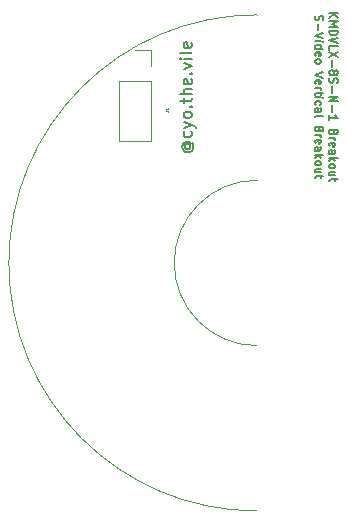
<source format=gbr>
%TF.GenerationSoftware,KiCad,Pcbnew,(5.1.9)-1*%
%TF.CreationDate,2021-04-04T18:40:27-05:00*%
%TF.ProjectId,S-video pcb breakout vertical,532d7669-6465-46f2-9070-636220627265,rev?*%
%TF.SameCoordinates,Original*%
%TF.FileFunction,Legend,Top*%
%TF.FilePolarity,Positive*%
%FSLAX46Y46*%
G04 Gerber Fmt 4.6, Leading zero omitted, Abs format (unit mm)*
G04 Created by KiCad (PCBNEW (5.1.9)-1) date 2021-04-04 18:40:27*
%MOMM*%
%LPD*%
G01*
G04 APERTURE LIST*
%ADD10C,0.150000*%
%ADD11C,0.200000*%
%ADD12C,0.100000*%
%ADD13C,0.120000*%
G04 APERTURE END LIST*
D10*
X152816190Y-109470000D02*
X152768571Y-109517619D01*
X152720952Y-109612857D01*
X152720952Y-109708095D01*
X152768571Y-109803333D01*
X152816190Y-109850952D01*
X152911428Y-109898571D01*
X153006666Y-109898571D01*
X153101904Y-109850952D01*
X153149523Y-109803333D01*
X153197142Y-109708095D01*
X153197142Y-109612857D01*
X153149523Y-109517619D01*
X153101904Y-109470000D01*
X152720952Y-109470000D02*
X153101904Y-109470000D01*
X153149523Y-109422380D01*
X153149523Y-109374761D01*
X153101904Y-109279523D01*
X153006666Y-109231904D01*
X152768571Y-109231904D01*
X152625714Y-109327142D01*
X152530476Y-109470000D01*
X152482857Y-109660476D01*
X152530476Y-109850952D01*
X152625714Y-109993809D01*
X152768571Y-110089047D01*
X152959047Y-110136666D01*
X153149523Y-110089047D01*
X153292380Y-109993809D01*
X153387619Y-109850952D01*
X153435238Y-109660476D01*
X153387619Y-109470000D01*
X153292380Y-109327142D01*
X153244761Y-108374761D02*
X153292380Y-108470000D01*
X153292380Y-108660476D01*
X153244761Y-108755714D01*
X153197142Y-108803333D01*
X153101904Y-108850952D01*
X152816190Y-108850952D01*
X152720952Y-108803333D01*
X152673333Y-108755714D01*
X152625714Y-108660476D01*
X152625714Y-108470000D01*
X152673333Y-108374761D01*
X152625714Y-108041428D02*
X153292380Y-107803333D01*
X152625714Y-107565238D02*
X153292380Y-107803333D01*
X153530476Y-107898571D01*
X153578095Y-107946190D01*
X153625714Y-108041428D01*
X153292380Y-107041428D02*
X153244761Y-107136666D01*
X153197142Y-107184285D01*
X153101904Y-107231904D01*
X152816190Y-107231904D01*
X152720952Y-107184285D01*
X152673333Y-107136666D01*
X152625714Y-107041428D01*
X152625714Y-106898571D01*
X152673333Y-106803333D01*
X152720952Y-106755714D01*
X152816190Y-106708095D01*
X153101904Y-106708095D01*
X153197142Y-106755714D01*
X153244761Y-106803333D01*
X153292380Y-106898571D01*
X153292380Y-107041428D01*
X153197142Y-106279523D02*
X153244761Y-106231904D01*
X153292380Y-106279523D01*
X153244761Y-106327142D01*
X153197142Y-106279523D01*
X153292380Y-106279523D01*
X152625714Y-105946190D02*
X152625714Y-105565238D01*
X152292380Y-105803333D02*
X153149523Y-105803333D01*
X153244761Y-105755714D01*
X153292380Y-105660476D01*
X153292380Y-105565238D01*
X153292380Y-105231904D02*
X152292380Y-105231904D01*
X153292380Y-104803333D02*
X152768571Y-104803333D01*
X152673333Y-104850952D01*
X152625714Y-104946190D01*
X152625714Y-105089047D01*
X152673333Y-105184285D01*
X152720952Y-105231904D01*
X153244761Y-103946190D02*
X153292380Y-104041428D01*
X153292380Y-104231904D01*
X153244761Y-104327142D01*
X153149523Y-104374761D01*
X152768571Y-104374761D01*
X152673333Y-104327142D01*
X152625714Y-104231904D01*
X152625714Y-104041428D01*
X152673333Y-103946190D01*
X152768571Y-103898571D01*
X152863809Y-103898571D01*
X152959047Y-104374761D01*
X153197142Y-103470000D02*
X153244761Y-103422380D01*
X153292380Y-103470000D01*
X153244761Y-103517619D01*
X153197142Y-103470000D01*
X153292380Y-103470000D01*
X152625714Y-103089047D02*
X153292380Y-102850952D01*
X152625714Y-102612857D01*
X153292380Y-102231904D02*
X152625714Y-102231904D01*
X152292380Y-102231904D02*
X152340000Y-102279523D01*
X152387619Y-102231904D01*
X152340000Y-102184285D01*
X152292380Y-102231904D01*
X152387619Y-102231904D01*
X153292380Y-101612857D02*
X153244761Y-101708095D01*
X153149523Y-101755714D01*
X152292380Y-101755714D01*
X153244761Y-100850952D02*
X153292380Y-100946190D01*
X153292380Y-101136666D01*
X153244761Y-101231904D01*
X153149523Y-101279523D01*
X152768571Y-101279523D01*
X152673333Y-101231904D01*
X152625714Y-101136666D01*
X152625714Y-100946190D01*
X152673333Y-100850952D01*
X152768571Y-100803333D01*
X152863809Y-100803333D01*
X152959047Y-101279523D01*
X164953333Y-98326666D02*
X165653333Y-98326666D01*
X164953333Y-98726666D02*
X165353333Y-98426666D01*
X165653333Y-98726666D02*
X165253333Y-98326666D01*
X164953333Y-99026666D02*
X165653333Y-99026666D01*
X165153333Y-99260000D01*
X165653333Y-99493333D01*
X164953333Y-99493333D01*
X164953333Y-99826666D02*
X165653333Y-99826666D01*
X165653333Y-99993333D01*
X165620000Y-100093333D01*
X165553333Y-100160000D01*
X165486666Y-100193333D01*
X165353333Y-100226666D01*
X165253333Y-100226666D01*
X165120000Y-100193333D01*
X165053333Y-100160000D01*
X164986666Y-100093333D01*
X164953333Y-99993333D01*
X164953333Y-99826666D01*
X165653333Y-100426666D02*
X164953333Y-100660000D01*
X165653333Y-100893333D01*
X164953333Y-101460000D02*
X164953333Y-101126666D01*
X165653333Y-101126666D01*
X165653333Y-101626666D02*
X164953333Y-102093333D01*
X165653333Y-102093333D02*
X164953333Y-101626666D01*
X165220000Y-102360000D02*
X165220000Y-102893333D01*
X165353333Y-103326666D02*
X165386666Y-103260000D01*
X165420000Y-103226666D01*
X165486666Y-103193333D01*
X165520000Y-103193333D01*
X165586666Y-103226666D01*
X165620000Y-103260000D01*
X165653333Y-103326666D01*
X165653333Y-103460000D01*
X165620000Y-103526666D01*
X165586666Y-103560000D01*
X165520000Y-103593333D01*
X165486666Y-103593333D01*
X165420000Y-103560000D01*
X165386666Y-103526666D01*
X165353333Y-103460000D01*
X165353333Y-103326666D01*
X165320000Y-103260000D01*
X165286666Y-103226666D01*
X165220000Y-103193333D01*
X165086666Y-103193333D01*
X165020000Y-103226666D01*
X164986666Y-103260000D01*
X164953333Y-103326666D01*
X164953333Y-103460000D01*
X164986666Y-103526666D01*
X165020000Y-103560000D01*
X165086666Y-103593333D01*
X165220000Y-103593333D01*
X165286666Y-103560000D01*
X165320000Y-103526666D01*
X165353333Y-103460000D01*
X164986666Y-103860000D02*
X164953333Y-103960000D01*
X164953333Y-104126666D01*
X164986666Y-104193333D01*
X165020000Y-104226666D01*
X165086666Y-104260000D01*
X165153333Y-104260000D01*
X165220000Y-104226666D01*
X165253333Y-104193333D01*
X165286666Y-104126666D01*
X165320000Y-103993333D01*
X165353333Y-103926666D01*
X165386666Y-103893333D01*
X165453333Y-103860000D01*
X165520000Y-103860000D01*
X165586666Y-103893333D01*
X165620000Y-103926666D01*
X165653333Y-103993333D01*
X165653333Y-104160000D01*
X165620000Y-104260000D01*
X165220000Y-104560000D02*
X165220000Y-105093333D01*
X164953333Y-105426666D02*
X165653333Y-105426666D01*
X164953333Y-105826666D01*
X165653333Y-105826666D01*
X165220000Y-106160000D02*
X165220000Y-106693333D01*
X164953333Y-107393333D02*
X164953333Y-106993333D01*
X164953333Y-107193333D02*
X165653333Y-107193333D01*
X165553333Y-107126666D01*
X165486666Y-107060000D01*
X165453333Y-106993333D01*
X165320000Y-108460000D02*
X165286666Y-108560000D01*
X165253333Y-108593333D01*
X165186666Y-108626666D01*
X165086666Y-108626666D01*
X165020000Y-108593333D01*
X164986666Y-108560000D01*
X164953333Y-108493333D01*
X164953333Y-108226666D01*
X165653333Y-108226666D01*
X165653333Y-108460000D01*
X165620000Y-108526666D01*
X165586666Y-108560000D01*
X165520000Y-108593333D01*
X165453333Y-108593333D01*
X165386666Y-108560000D01*
X165353333Y-108526666D01*
X165320000Y-108460000D01*
X165320000Y-108226666D01*
X164953333Y-108926666D02*
X165420000Y-108926666D01*
X165286666Y-108926666D02*
X165353333Y-108960000D01*
X165386666Y-108993333D01*
X165420000Y-109060000D01*
X165420000Y-109126666D01*
X164986666Y-109626666D02*
X164953333Y-109560000D01*
X164953333Y-109426666D01*
X164986666Y-109360000D01*
X165053333Y-109326666D01*
X165320000Y-109326666D01*
X165386666Y-109360000D01*
X165420000Y-109426666D01*
X165420000Y-109560000D01*
X165386666Y-109626666D01*
X165320000Y-109660000D01*
X165253333Y-109660000D01*
X165186666Y-109326666D01*
X164953333Y-110260000D02*
X165320000Y-110260000D01*
X165386666Y-110226666D01*
X165420000Y-110160000D01*
X165420000Y-110026666D01*
X165386666Y-109960000D01*
X164986666Y-110260000D02*
X164953333Y-110193333D01*
X164953333Y-110026666D01*
X164986666Y-109960000D01*
X165053333Y-109926666D01*
X165120000Y-109926666D01*
X165186666Y-109960000D01*
X165220000Y-110026666D01*
X165220000Y-110193333D01*
X165253333Y-110260000D01*
X164953333Y-110593333D02*
X165653333Y-110593333D01*
X165220000Y-110660000D02*
X164953333Y-110860000D01*
X165420000Y-110860000D02*
X165153333Y-110593333D01*
X164953333Y-111260000D02*
X164986666Y-111193333D01*
X165020000Y-111160000D01*
X165086666Y-111126666D01*
X165286666Y-111126666D01*
X165353333Y-111160000D01*
X165386666Y-111193333D01*
X165420000Y-111260000D01*
X165420000Y-111360000D01*
X165386666Y-111426666D01*
X165353333Y-111460000D01*
X165286666Y-111493333D01*
X165086666Y-111493333D01*
X165020000Y-111460000D01*
X164986666Y-111426666D01*
X164953333Y-111360000D01*
X164953333Y-111260000D01*
X165420000Y-112093333D02*
X164953333Y-112093333D01*
X165420000Y-111793333D02*
X165053333Y-111793333D01*
X164986666Y-111826666D01*
X164953333Y-111893333D01*
X164953333Y-111993333D01*
X164986666Y-112060000D01*
X165020000Y-112093333D01*
X165420000Y-112326666D02*
X165420000Y-112593333D01*
X165653333Y-112426666D02*
X165053333Y-112426666D01*
X164986666Y-112460000D01*
X164953333Y-112526666D01*
X164953333Y-112593333D01*
X163786666Y-98560000D02*
X163753333Y-98660000D01*
X163753333Y-98826666D01*
X163786666Y-98893333D01*
X163820000Y-98926666D01*
X163886666Y-98960000D01*
X163953333Y-98960000D01*
X164020000Y-98926666D01*
X164053333Y-98893333D01*
X164086666Y-98826666D01*
X164120000Y-98693333D01*
X164153333Y-98626666D01*
X164186666Y-98593333D01*
X164253333Y-98560000D01*
X164320000Y-98560000D01*
X164386666Y-98593333D01*
X164420000Y-98626666D01*
X164453333Y-98693333D01*
X164453333Y-98860000D01*
X164420000Y-98960000D01*
X164020000Y-99260000D02*
X164020000Y-99793333D01*
X164453333Y-100026666D02*
X163753333Y-100260000D01*
X164453333Y-100493333D01*
X163753333Y-100726666D02*
X164220000Y-100726666D01*
X164453333Y-100726666D02*
X164420000Y-100693333D01*
X164386666Y-100726666D01*
X164420000Y-100760000D01*
X164453333Y-100726666D01*
X164386666Y-100726666D01*
X163753333Y-101360000D02*
X164453333Y-101360000D01*
X163786666Y-101360000D02*
X163753333Y-101293333D01*
X163753333Y-101160000D01*
X163786666Y-101093333D01*
X163820000Y-101060000D01*
X163886666Y-101026666D01*
X164086666Y-101026666D01*
X164153333Y-101060000D01*
X164186666Y-101093333D01*
X164220000Y-101160000D01*
X164220000Y-101293333D01*
X164186666Y-101360000D01*
X163786666Y-101960000D02*
X163753333Y-101893333D01*
X163753333Y-101760000D01*
X163786666Y-101693333D01*
X163853333Y-101660000D01*
X164120000Y-101660000D01*
X164186666Y-101693333D01*
X164220000Y-101760000D01*
X164220000Y-101893333D01*
X164186666Y-101960000D01*
X164120000Y-101993333D01*
X164053333Y-101993333D01*
X163986666Y-101660000D01*
X163753333Y-102393333D02*
X163786666Y-102326666D01*
X163820000Y-102293333D01*
X163886666Y-102260000D01*
X164086666Y-102260000D01*
X164153333Y-102293333D01*
X164186666Y-102326666D01*
X164220000Y-102393333D01*
X164220000Y-102493333D01*
X164186666Y-102560000D01*
X164153333Y-102593333D01*
X164086666Y-102626666D01*
X163886666Y-102626666D01*
X163820000Y-102593333D01*
X163786666Y-102560000D01*
X163753333Y-102493333D01*
X163753333Y-102393333D01*
X164453333Y-103360000D02*
X163753333Y-103593333D01*
X164453333Y-103826666D01*
X163786666Y-104326666D02*
X163753333Y-104260000D01*
X163753333Y-104126666D01*
X163786666Y-104060000D01*
X163853333Y-104026666D01*
X164120000Y-104026666D01*
X164186666Y-104060000D01*
X164220000Y-104126666D01*
X164220000Y-104260000D01*
X164186666Y-104326666D01*
X164120000Y-104360000D01*
X164053333Y-104360000D01*
X163986666Y-104026666D01*
X163753333Y-104660000D02*
X164220000Y-104660000D01*
X164086666Y-104660000D02*
X164153333Y-104693333D01*
X164186666Y-104726666D01*
X164220000Y-104793333D01*
X164220000Y-104860000D01*
X164220000Y-104993333D02*
X164220000Y-105260000D01*
X164453333Y-105093333D02*
X163853333Y-105093333D01*
X163786666Y-105126666D01*
X163753333Y-105193333D01*
X163753333Y-105260000D01*
X163753333Y-105493333D02*
X164220000Y-105493333D01*
X164453333Y-105493333D02*
X164420000Y-105460000D01*
X164386666Y-105493333D01*
X164420000Y-105526666D01*
X164453333Y-105493333D01*
X164386666Y-105493333D01*
X163786666Y-106126666D02*
X163753333Y-106060000D01*
X163753333Y-105926666D01*
X163786666Y-105860000D01*
X163820000Y-105826666D01*
X163886666Y-105793333D01*
X164086666Y-105793333D01*
X164153333Y-105826666D01*
X164186666Y-105860000D01*
X164220000Y-105926666D01*
X164220000Y-106060000D01*
X164186666Y-106126666D01*
X163753333Y-106726666D02*
X164120000Y-106726666D01*
X164186666Y-106693333D01*
X164220000Y-106626666D01*
X164220000Y-106493333D01*
X164186666Y-106426666D01*
X163786666Y-106726666D02*
X163753333Y-106660000D01*
X163753333Y-106493333D01*
X163786666Y-106426666D01*
X163853333Y-106393333D01*
X163920000Y-106393333D01*
X163986666Y-106426666D01*
X164020000Y-106493333D01*
X164020000Y-106660000D01*
X164053333Y-106726666D01*
X163753333Y-107160000D02*
X163786666Y-107093333D01*
X163853333Y-107060000D01*
X164453333Y-107060000D01*
X164120000Y-108193333D02*
X164086666Y-108293333D01*
X164053333Y-108326666D01*
X163986666Y-108360000D01*
X163886666Y-108360000D01*
X163820000Y-108326666D01*
X163786666Y-108293333D01*
X163753333Y-108226666D01*
X163753333Y-107960000D01*
X164453333Y-107960000D01*
X164453333Y-108193333D01*
X164420000Y-108260000D01*
X164386666Y-108293333D01*
X164320000Y-108326666D01*
X164253333Y-108326666D01*
X164186666Y-108293333D01*
X164153333Y-108260000D01*
X164120000Y-108193333D01*
X164120000Y-107960000D01*
X163753333Y-108660000D02*
X164220000Y-108660000D01*
X164086666Y-108660000D02*
X164153333Y-108693333D01*
X164186666Y-108726666D01*
X164220000Y-108793333D01*
X164220000Y-108860000D01*
X163786666Y-109360000D02*
X163753333Y-109293333D01*
X163753333Y-109160000D01*
X163786666Y-109093333D01*
X163853333Y-109060000D01*
X164120000Y-109060000D01*
X164186666Y-109093333D01*
X164220000Y-109160000D01*
X164220000Y-109293333D01*
X164186666Y-109360000D01*
X164120000Y-109393333D01*
X164053333Y-109393333D01*
X163986666Y-109060000D01*
X163753333Y-109993333D02*
X164120000Y-109993333D01*
X164186666Y-109960000D01*
X164220000Y-109893333D01*
X164220000Y-109760000D01*
X164186666Y-109693333D01*
X163786666Y-109993333D02*
X163753333Y-109926666D01*
X163753333Y-109760000D01*
X163786666Y-109693333D01*
X163853333Y-109660000D01*
X163920000Y-109660000D01*
X163986666Y-109693333D01*
X164020000Y-109760000D01*
X164020000Y-109926666D01*
X164053333Y-109993333D01*
X163753333Y-110326666D02*
X164453333Y-110326666D01*
X164020000Y-110393333D02*
X163753333Y-110593333D01*
X164220000Y-110593333D02*
X163953333Y-110326666D01*
X163753333Y-110993333D02*
X163786666Y-110926666D01*
X163820000Y-110893333D01*
X163886666Y-110860000D01*
X164086666Y-110860000D01*
X164153333Y-110893333D01*
X164186666Y-110926666D01*
X164220000Y-110993333D01*
X164220000Y-111093333D01*
X164186666Y-111160000D01*
X164153333Y-111193333D01*
X164086666Y-111226666D01*
X163886666Y-111226666D01*
X163820000Y-111193333D01*
X163786666Y-111160000D01*
X163753333Y-111093333D01*
X163753333Y-110993333D01*
X164220000Y-111826666D02*
X163753333Y-111826666D01*
X164220000Y-111526666D02*
X163853333Y-111526666D01*
X163786666Y-111560000D01*
X163753333Y-111626666D01*
X163753333Y-111726666D01*
X163786666Y-111793333D01*
X163820000Y-111826666D01*
X164220000Y-112060000D02*
X164220000Y-112326666D01*
X164453333Y-112160000D02*
X163853333Y-112160000D01*
X163786666Y-112193333D01*
X163753333Y-112260000D01*
X163753333Y-112326666D01*
D11*
%TO.C,J1*%
X151320000Y-106700000D02*
G75*
G02*
X151220000Y-106500000I-50000J100000D01*
G01*
X151220000Y-106700000D02*
G75*
G02*
X151320000Y-106500000I50000J100000D01*
G01*
X151320000Y-106700000D02*
G75*
G02*
X151220000Y-106500000I-50000J100000D01*
G01*
D12*
X158820000Y-140500000D02*
G75*
G02*
X158820000Y-98500000I0J21000000D01*
G01*
X158820000Y-126500000D02*
G75*
G02*
X158820000Y-112500000I0J7000000D01*
G01*
D11*
X151220000Y-106500000D02*
X151220000Y-106500000D01*
X151320000Y-106500000D02*
X151320000Y-106500000D01*
X151220000Y-106500000D02*
X151220000Y-106500000D01*
D12*
X158820000Y-98500000D02*
X158820000Y-98500000D01*
X158820000Y-112500000D02*
X158820000Y-112500000D01*
D13*
%TO.C,J2*%
X147170000Y-104070000D02*
X149830000Y-104070000D01*
X147170000Y-104070000D02*
X147170000Y-109210000D01*
X147170000Y-109210000D02*
X149830000Y-109210000D01*
X149830000Y-104070000D02*
X149830000Y-109210000D01*
X149830000Y-101470000D02*
X149830000Y-102800000D01*
X148500000Y-101470000D02*
X149830000Y-101470000D01*
%TD*%
M02*

</source>
